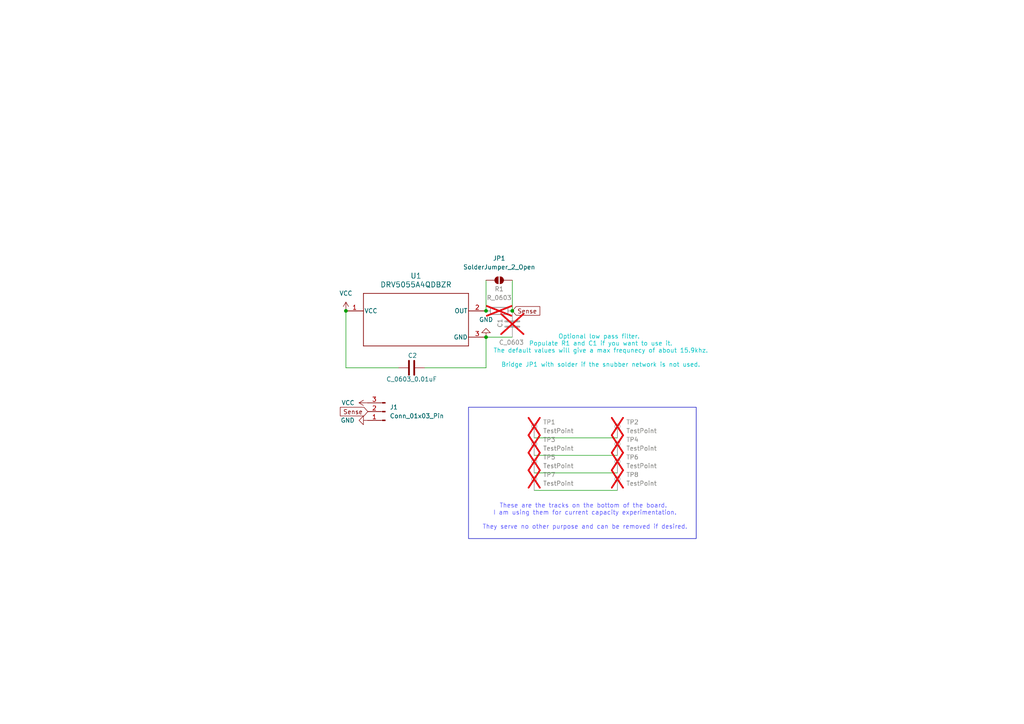
<source format=kicad_sch>
(kicad_sch (version 20231120) (generator "eeschema") (generator_version "8.0")
  (paper "A4")
  (lib_symbols
    (symbol "Connector:Conn_01x03_Pin" (pin_names (offset 1.016) hide)
      (property "Reference" "J" (at 0 5.08 0))
      (property "Value" "Conn_01x03_Pin" (at 0 -5.08 0))
      (symbol "Conn_01x03_Pin_1_1"
        (polyline (pts (xy 1.27 -2.54) (xy 0.8636 -2.54)) (stroke (width 0.1524)))
        (polyline (pts (xy 1.27 0) (xy 0.8636 0)) (stroke (width 0.1524)))
        (polyline (pts (xy 1.27 2.54) (xy 0.8636 2.54)) (stroke (width 0.1524)))
        (rectangle (start 0.8636 -2.413) (end 0 -2.667) (stroke (width 0.1524)) (fill (type outline)))
        (rectangle (start 0.8636 0.127) (end 0 -0.127) (stroke (width 0.1524)) (fill (type outline)))
        (rectangle (start 0.8636 2.667) (end 0 2.413) (stroke (width 0.1524)) (fill (type outline)))
        (pin passive line (at 5.08 2.54 180) (length 3.81) (name "Pin_1") (number "1"))
        (pin passive line (at 5.08 0 180) (length 3.81) (name "Pin_2") (number "2"))
        (pin passive line (at 5.08 -2.54 180) (length 3.81) (name "Pin_3") (number "3"))
      )
    )
    (symbol "Connector:TestPoint" (pin_numbers hide) (pin_names (offset 0.762) hide)
      (property "Reference" "TP" (at 0 6.858 0))
      (property "Value" "TestPoint" (at 0 5.08 0))
      (symbol "TestPoint_0_1"
        (circle (center 0 3.302) (radius 0.762))
      )
      (symbol "TestPoint_1_1"
        (pin passive line (at 0 0 90) (length 2.54) (name "1") (number "1"))
      )
    )
    (symbol "DRV5055A4:DRV5055A4QDBZR" (pin_names (offset 0.254))
      (property "Reference" "U" (at 0 2.54 0))
      (property "Value" "DRV5055A4QDBZR" (at 0 0 0))
      (symbol "DRV5055A4QDBZR_0_1"
        (polyline (pts (xy -15.24 -7.62) (xy 15.24 -7.62)) (stroke (width 0.2032)))
        (polyline (pts (xy -15.24 7.62) (xy -15.24 -7.62)) (stroke (width 0.2032)))
        (polyline (pts (xy 15.24 -7.62) (xy 15.24 7.62)) (stroke (width 0.2032)))
        (polyline (pts (xy 15.24 7.62) (xy -15.24 7.62)) (stroke (width 0.2032)))
        (pin power_in line (at -20.32 2.54 0) (length 5.08) (name "VCC") (number "1"))
        (pin output line (at 20.32 2.54 180) (length 5.08) (name "OUT") (number "2"))
        (pin power_in line (at 20.32 -5.08 180) (length 5.08) (name "GND") (number "3"))
      )
    )
    (symbol "Jumper:SolderJumper_2_Open" (pin_numbers hide) (pin_names (offset 0) hide) (exclude_from_sim yes) (in_bom no)
      (property "Reference" "JP" (at 0 2.032 0))
      (property "Value" "SolderJumper_2_Open" (at 0 -2.54 0))
      (symbol "SolderJumper_2_Open_0_1"
        (arc (start -0.254 1.016) (mid -1.2656 0) (end -0.254 -1.016))
        (arc (start -0.254 1.016) (mid -1.2656 0) (end -0.254 -1.016) (fill (type outline)))
        (polyline (pts (xy -0.254 1.016) (xy -0.254 -1.016)))
        (polyline (pts (xy 0.254 1.016) (xy 0.254 -1.016)))
        (arc (start 0.254 -1.016) (mid 1.2656 0) (end 0.254 1.016))
        (arc (start 0.254 -1.016) (mid 1.2656 0) (end 0.254 1.016) (fill (type outline)))
      )
      (symbol "SolderJumper_2_Open_1_1"
        (pin passive line (at -3.81 0 0) (length 2.54) (name "A") (number "1"))
        (pin passive line (at 3.81 0 180) (length 2.54) (name "B") (number "2"))
      )
    )
    (symbol "PCM_Capacitor_AKL:C_0603" (pin_numbers hide) (pin_names (offset 0.254))
      (property "Reference" "C" (at 0.635 2.54 0))
      (property "Value" "C_0603" (at 0.635 -2.54 0))
      (symbol "C_0603_0_1"
        (polyline (pts (xy -2.032 -0.762) (xy 2.032 -0.762)) (stroke (width 0.508)))
        (polyline (pts (xy -2.032 0.762) (xy 2.032 0.762)) (stroke (width 0.508)))
      )
      (symbol "C_0603_1_1"
        (pin passive line (at 0 3.81 270) (length 2.794) (name "~") (number "1"))
        (pin passive line (at 0 -3.81 90) (length 2.794) (name "~") (number "2"))
      )
    )
    (symbol "PCM_Resistor_AKL:R_0603" (pin_numbers hide) (pin_names (offset 0))
      (property "Reference" "R" (at 2.54 1.27 0))
      (property "Value" "R_0603" (at 2.54 -1.27 0))
      (symbol "R_0603_0_1"
        (rectangle (start -1.016 -2.54) (end 1.016 2.54) (stroke (width 0.254)))
      )
      (symbol "R_0603_1_1"
        (pin passive line (at 0 3.81 270) (length 1.27) (name "~") (number "1"))
        (pin passive line (at 0 -3.81 90) (length 1.27) (name "~") (number "2"))
      )
    )
    (symbol "power:GND" (power) (pin_numbers hide) (pin_names (offset 0) hide)
      (property "Value" "GND" (at 0 -3.81 0))
      (symbol "GND_0_1"
        (polyline (pts (xy 0 0) (xy 0 -1.27) (xy 1.27 -1.27) (xy 0 -2.54) (xy -1.27 -1.27) (xy 0 -1.27)))
      )
      (symbol "GND_1_1"
        (pin power_in line (at 0 0 270) (length 0) (name "~") (number "1"))
      )
    )
    (symbol "power:VCC" (power) (pin_numbers hide) (pin_names (offset 0) hide)
      (property "Value" "VCC" (at 0 3.556 0))
      (symbol "VCC_0_1"
        (polyline (pts (xy -0.762 1.27) (xy 0 2.54)))
        (polyline (pts (xy 0 0) (xy 0 2.54)))
        (polyline (pts (xy 0 2.54) (xy 0.762 1.27)))
      )
      (symbol "VCC_1_1"
        (pin power_in line (at 0 0 90) (length 0) (name "~") (number "1"))
      )
    )
  )
  (junction (at 148.59 90.17))
  (junction (at 140.97 97.79))
  (junction (at 140.97 90.17))
  (junction (at 100.33 90.17))
  (wire (pts (xy 115.57 106.68) (xy 100.33 106.68)))
  (wire (pts (xy 140.97 97.79) (xy 148.59 97.79)))
  (wire (pts (xy 140.97 81.28) (xy 140.97 90.17)))
  (wire (pts (xy 100.33 106.68) (xy 100.33 90.17)))
  (wire (pts (xy 154.94 132.08) (xy 179.07 132.08)))
  (wire (pts (xy 154.94 142.24) (xy 179.07 142.24)))
  (wire (pts (xy 140.97 106.68) (xy 123.19 106.68)))
  (wire (pts (xy 154.94 127) (xy 179.07 127)))
  (wire (pts (xy 154.94 137.16) (xy 179.07 137.16)))
  (wire (pts (xy 148.59 81.28) (xy 148.59 90.17)))
  (wire (pts (xy 140.97 97.79) (xy 140.97 106.68)))
  (rectangle (start 135.89 118.11) (end 201.93 156.21))
  (text "These are the tracks on the bottom of the board. \nI am using them for current capacity experimentation.\n\nThey serve no other purpose and can be removed if desired." (exclude_from_sim yes) (at 169.672 149.86 0) (effects (font (size 1.27 1.27))))
  (text "Optional low pass filter. \nPopulate R1 and C1 if you want to use it.\nThe default values will give a max frequnecy of about 15.9khz.\n\nBridge JP1 with solder if the snubber network is not used." (at 174.244 101.854 0) (effects (font (size 1.27 1.27))))
  (global_label "Sense" (shape input) (at 106.68 119.38 180) (property "Intersheetrefs" "${INTERSHEET_REFS}" (effects (hide yes))))
  (global_label "Sense" (shape input) (at 148.59 90.17 0) (property "Intersheetrefs" "${INTERSHEET_REFS}" (effects (hide yes))))
  (symbol (lib_id "Connector:TestPoint") (at 154.94 142.24 0) (unit 1) (dnp yes)
    (property "Reference" "TP7" (at 157.48 137.6679 0) (effects (justify left)))
    (property "Value" "TestPoint" (at 157.48 140.2079 0) (effects (justify left)))
    (property "Footprint" "Library:TestPoint_THTPad_D1.0mm_Drill0.5mm_No_Silkscreen" (effects (hide yes)))
    (property "Description" "test point" (effects (hide yes)))
  )
  (symbol (lib_id "DRV5055A4:DRV5055A4QDBZR") (at 120.65 92.71 0) (unit 1)
    (property "Reference" "U1" (at 120.65 80.01 0) (effects (font (size 1.524 1.524))))
    (property "Value" "DRV5055A4QDBZR" (at 120.65 82.55 0) (effects (font (size 1.524 1.524))))
    (property "Footprint" "DRV5055A4:DBZ0003A_N" (effects (hide yes)))
    (property "Datasheet" "DRV5055A4QDBZR" (effects (hide yes)))
    (property "Description" "Linear Mag. Analog output" (effects (hide yes)))
    (property "JLCPCB Part Number" "C266123" (effects (hide yes)))
  )
  (symbol (lib_id "PCM_Resistor_AKL:R_0603") (at 144.78 90.17 90) (unit 1) (dnp yes)
    (property "Reference" "R1" (at 144.78 83.82 90))
    (property "Value" "R_0603" (at 144.78 86.36 90))
    (property "Footprint" "PCM_Resistor_SMD_AKL:R_0603_1608Metric_Pad0.98x0.95mm_HandSolder" (effects (hide yes)))
    (property "Description" "SMD 0603 Chip Resistor, European Symbol, Alternate KiCad Library" (effects (hide yes)))
    (property "JLCPCB Part Number" "C21190" (effects (hide yes)))
  )
  (symbol (lib_id "Jumper:SolderJumper_2_Open") (at 144.78 81.28 0) (unit 1) (exclude_from_sim yes) (in_bom no)
    (property "Reference" "JP1" (at 144.78 74.93 0))
    (property "Value" "SolderJumper_2_Open" (at 144.78 77.47 0))
    (property "Footprint" "Jumper:SolderJumper-2_P1.3mm_Open_RoundedPad1.0x1.5mm" (effects (hide yes)))
    (property "Description" "Solder Jumper, 2-pole, open" (effects (hide yes)))
  )
  (symbol (lib_id "Connector:TestPoint") (at 179.07 137.16 0) (unit 1) (dnp yes)
    (property "Reference" "TP6" (at 181.61 132.5879 0) (effects (justify left)))
    (property "Value" "TestPoint" (at 181.61 135.1279 0) (effects (justify left)))
    (property "Footprint" "Library:TestPoint_THTPad_D1.0mm_Drill0.5mm_No_Silkscreen" (effects (hide yes)))
    (property "Description" "test point" (effects (hide yes)))
  )
  (symbol (lib_id "Connector:TestPoint") (at 179.07 142.24 0) (unit 1) (dnp yes)
    (property "Reference" "TP8" (at 181.61 137.6679 0) (effects (justify left)))
    (property "Value" "TestPoint" (at 181.61 140.2079 0) (effects (justify left)))
    (property "Footprint" "Library:TestPoint_THTPad_D1.0mm_Drill0.5mm_No_Silkscreen" (effects (hide yes)))
    (property "Description" "test point" (effects (hide yes)))
  )
  (symbol (lib_id "power:GND") (at 106.68 121.92 270) (unit 1)
    (property "Reference" "#PWR03" (effects (hide yes)))
    (property "Value" "GND" (at 102.87 121.9199 90) (effects (justify right)))
    (property "Description" "Power symbol creates a global label with name \"GND\" , ground" (effects (hide yes)))
  )
  (symbol (lib_id "power:VCC") (at 106.68 116.84 90) (unit 1)
    (property "Reference" "#PWR04" (effects (hide yes)))
    (property "Value" "VCC" (at 102.87 116.8399 90) (effects (justify left)))
    (property "Description" "Power symbol creates a global label with name \"VCC\"" (effects (hide yes)))
  )
  (symbol (lib_id "power:VCC") (at 100.33 90.17 0) (unit 1)
    (property "Reference" "#PWR02" (effects (hide yes)))
    (property "Value" "VCC" (at 100.33 85.09 0))
    (property "Description" "Power symbol creates a global label with name \"VCC\"" (effects (hide yes)))
  )
  (symbol (lib_id "PCM_Capacitor_AKL:C_0603") (at 148.59 93.98 180) (unit 1) (dnp yes)
    (property "Reference" "C1" (at 145.034 93.726 90))
    (property "Value" "C_0603" (at 148.336 99.314 0))
    (property "Footprint" "Capacitor_SMD:C_0603_1608Metric_Pad1.08x0.95mm_HandSolder" (effects (hide yes)))
    (property "Description" "SMD 0603 MLCC capacitor, Alternate KiCad Library" (effects (hide yes)))
    (property "JLCPCB Part Number" "C57112" (effects (hide yes)))
  )
  (symbol (lib_id "power:GND") (at 140.97 97.79 180) (unit 1)
    (property "Reference" "#PWR01" (effects (hide yes)))
    (property "Value" "GND" (at 140.97 92.71 0))
    (property "Description" "Power symbol creates a global label with name \"GND\" , ground" (effects (hide yes)))
  )
  (symbol (lib_id "Connector:TestPoint") (at 154.94 127 0) (unit 1) (dnp yes)
    (property "Reference" "TP1" (at 157.48 122.4279 0) (effects (justify left)))
    (property "Value" "TestPoint" (at 157.48 124.9679 0) (effects (justify left)))
    (property "Footprint" "Library:TestPoint_THTPad_D1.0mm_Drill0.5mm_No_Silkscreen" (effects (hide yes)))
    (property "Description" "test point" (effects (hide yes)))
  )
  (symbol (lib_id "Connector:Conn_01x03_Pin") (at 111.76 119.38 180) (unit 1)
    (property "Reference" "J1" (at 113.03 118.1099 0) (effects (justify right)))
    (property "Value" "Conn_01x03_Pin" (at 113.03 120.6499 0) (effects (justify right)))
    (property "Footprint" "Connector_PinHeader_2.54mm:PinHeader_1x03_P2.54mm_Vertical" (effects (hide yes)))
    (property "Description" "Generic connector, single row, 01x03. Standard Arduino Style Header" (effects (hide yes)))
  )
  (symbol (lib_id "PCM_Capacitor_AKL:C_0603") (at 119.38 106.68 90) (unit 1)
    (property "Reference" "C2" (at 119.634 103.124 90))
    (property "Value" "C_0603_0.01uF" (at 119.38 109.982 90))
    (property "Footprint" "Capacitor_SMD:C_0603_1608Metric_Pad1.08x0.95mm_HandSolder" (effects (hide yes)))
    (property "Description" "SMD 0603 MLCC capacitor. This will see a max voltage of 8v. It must have a capacitance of at least 0.01uF." (effects (hide yes)))
    (property "JLCPCB Part Number" "C57112" (effects (hide yes)))
  )
  (symbol (lib_id "Connector:TestPoint") (at 154.94 137.16 0) (unit 1) (dnp yes)
    (property "Reference" "TP5" (at 157.48 132.5879 0) (effects (justify left)))
    (property "Value" "TestPoint" (at 157.48 135.1279 0) (effects (justify left)))
    (property "Footprint" "Library:TestPoint_THTPad_D1.0mm_Drill0.5mm_No_Silkscreen" (effects (hide yes)))
    (property "Description" "test point" (effects (hide yes)))
  )
  (symbol (lib_id "Connector:TestPoint") (at 154.94 132.08 0) (unit 1) (dnp yes)
    (property "Reference" "TP3" (at 157.48 127.5079 0) (effects (justify left)))
    (property "Value" "TestPoint" (at 157.48 130.0479 0) (effects (justify left)))
    (property "Footprint" "Library:TestPoint_THTPad_D1.0mm_Drill0.5mm_No_Silkscreen" (effects (hide yes)))
    (property "Description" "test point" (effects (hide yes)))
  )
  (symbol (lib_id "Connector:TestPoint") (at 179.07 132.08 0) (unit 1) (dnp yes)
    (property "Reference" "TP4" (at 181.61 127.5079 0) (effects (justify left)))
    (property "Value" "TestPoint" (at 181.61 130.0479 0) (effects (justify left)))
    (property "Footprint" "Library:TestPoint_THTPad_D1.0mm_Drill0.5mm_No_Silkscreen" (effects (hide yes)))
    (property "Description" "test point" (effects (hide yes)))
  )
  (symbol (lib_id "Connector:TestPoint") (at 179.07 127 0) (unit 1) (dnp yes)
    (property "Reference" "TP2" (at 181.61 122.4279 0) (effects (justify left)))
    (property "Value" "TestPoint" (at 181.61 124.9679 0) (effects (justify left)))
    (property "Footprint" "Library:TestPoint_THTPad_D1.0mm_Drill0.5mm_No_Silkscreen" (effects (hide yes)))
    (property "Description" "test point" (effects (hide yes)))
  )
)
</source>
